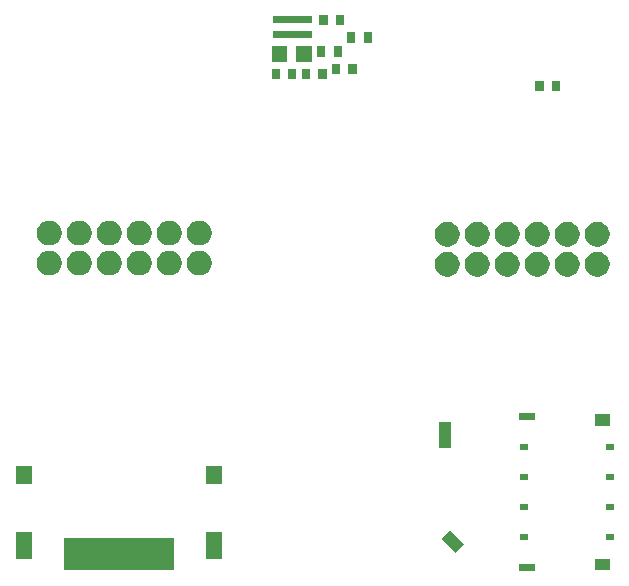
<source format=gbr>
G04 #@! TF.GenerationSoftware,KiCad,Pcbnew,5.0.2+dfsg1-1*
G04 #@! TF.CreationDate,2019-08-26T09:35:30+01:00*
G04 #@! TF.ProjectId,HDMI_SD_expansion,48444d49-5f53-4445-9f65-7870616e7369,rev?*
G04 #@! TF.SameCoordinates,Original*
G04 #@! TF.FileFunction,Soldermask,Top*
G04 #@! TF.FilePolarity,Negative*
%FSLAX46Y46*%
G04 Gerber Fmt 4.6, Leading zero omitted, Abs format (unit mm)*
G04 Created by KiCad (PCBNEW 5.0.2+dfsg1-1) date Mon 26 Aug 2019 09:35:30 BST*
%MOMM*%
%LPD*%
G01*
G04 APERTURE LIST*
%ADD10C,0.100000*%
G04 APERTURE END LIST*
D10*
G36*
X157411000Y-123011000D02*
X156109000Y-123011000D01*
X156109000Y-122389000D01*
X157411000Y-122389000D01*
X157411000Y-123011000D01*
X157411000Y-123011000D01*
G37*
G36*
X163801000Y-122921000D02*
X162499000Y-122921000D01*
X162499000Y-121929000D01*
X163801000Y-121929000D01*
X163801000Y-122921000D01*
X163801000Y-122921000D01*
G37*
G36*
X126891000Y-122911000D02*
X117509000Y-122911000D01*
X117509000Y-120209000D01*
X126891000Y-120209000D01*
X126891000Y-122911000D01*
X126891000Y-122911000D01*
G37*
G36*
X130951000Y-121951000D02*
X129549000Y-121951000D01*
X129549000Y-119649000D01*
X130951000Y-119649000D01*
X130951000Y-121951000D01*
X130951000Y-121951000D01*
G37*
G36*
X114851000Y-121951000D02*
X113449000Y-121951000D01*
X113449000Y-119649000D01*
X114851000Y-119649000D01*
X114851000Y-121951000D01*
X114851000Y-121951000D01*
G37*
G36*
X151450151Y-120723345D02*
X150713345Y-121460151D01*
X149509849Y-120256655D01*
X150246655Y-119519849D01*
X151450151Y-120723345D01*
X151450151Y-120723345D01*
G37*
G36*
X164111000Y-120386000D02*
X163409000Y-120386000D01*
X163409000Y-119834000D01*
X164111000Y-119834000D01*
X164111000Y-120386000D01*
X164111000Y-120386000D01*
G37*
G36*
X156851000Y-120386000D02*
X156149000Y-120386000D01*
X156149000Y-119834000D01*
X156851000Y-119834000D01*
X156851000Y-120386000D01*
X156851000Y-120386000D01*
G37*
G36*
X164111000Y-117846000D02*
X163409000Y-117846000D01*
X163409000Y-117294000D01*
X164111000Y-117294000D01*
X164111000Y-117846000D01*
X164111000Y-117846000D01*
G37*
G36*
X156851000Y-117846000D02*
X156149000Y-117846000D01*
X156149000Y-117294000D01*
X156851000Y-117294000D01*
X156851000Y-117846000D01*
X156851000Y-117846000D01*
G37*
G36*
X130951000Y-115591000D02*
X129549000Y-115591000D01*
X129549000Y-114089000D01*
X130951000Y-114089000D01*
X130951000Y-115591000D01*
X130951000Y-115591000D01*
G37*
G36*
X114851000Y-115591000D02*
X113449000Y-115591000D01*
X113449000Y-114089000D01*
X114851000Y-114089000D01*
X114851000Y-115591000D01*
X114851000Y-115591000D01*
G37*
G36*
X164111000Y-115306000D02*
X163409000Y-115306000D01*
X163409000Y-114754000D01*
X164111000Y-114754000D01*
X164111000Y-115306000D01*
X164111000Y-115306000D01*
G37*
G36*
X156851000Y-115306000D02*
X156149000Y-115306000D01*
X156149000Y-114754000D01*
X156851000Y-114754000D01*
X156851000Y-115306000D01*
X156851000Y-115306000D01*
G37*
G36*
X156851000Y-112766000D02*
X156149000Y-112766000D01*
X156149000Y-112214000D01*
X156851000Y-112214000D01*
X156851000Y-112766000D01*
X156851000Y-112766000D01*
G37*
G36*
X164111000Y-112766000D02*
X163409000Y-112766000D01*
X163409000Y-112214000D01*
X164111000Y-112214000D01*
X164111000Y-112766000D01*
X164111000Y-112766000D01*
G37*
G36*
X150321000Y-112521000D02*
X149279000Y-112521000D01*
X149279000Y-110319000D01*
X150321000Y-110319000D01*
X150321000Y-112521000D01*
X150321000Y-112521000D01*
G37*
G36*
X163801000Y-110671000D02*
X162499000Y-110671000D01*
X162499000Y-109679000D01*
X163801000Y-109679000D01*
X163801000Y-110671000D01*
X163801000Y-110671000D01*
G37*
G36*
X157411000Y-110211000D02*
X156109000Y-110211000D01*
X156109000Y-109589000D01*
X157411000Y-109589000D01*
X157411000Y-110211000D01*
X157411000Y-110211000D01*
G37*
G36*
X163006565Y-95989389D02*
X163197834Y-96068615D01*
X163369976Y-96183637D01*
X163516363Y-96330024D01*
X163631385Y-96502166D01*
X163710611Y-96693435D01*
X163751000Y-96896484D01*
X163751000Y-97103516D01*
X163710611Y-97306565D01*
X163631385Y-97497834D01*
X163516363Y-97669976D01*
X163369976Y-97816363D01*
X163197834Y-97931385D01*
X163006565Y-98010611D01*
X162803516Y-98051000D01*
X162596484Y-98051000D01*
X162393435Y-98010611D01*
X162202166Y-97931385D01*
X162030024Y-97816363D01*
X161883637Y-97669976D01*
X161768615Y-97497834D01*
X161689389Y-97306565D01*
X161649000Y-97103516D01*
X161649000Y-96896484D01*
X161689389Y-96693435D01*
X161768615Y-96502166D01*
X161883637Y-96330024D01*
X162030024Y-96183637D01*
X162202166Y-96068615D01*
X162393435Y-95989389D01*
X162596484Y-95949000D01*
X162803516Y-95949000D01*
X163006565Y-95989389D01*
X163006565Y-95989389D01*
G37*
G36*
X150306565Y-95989389D02*
X150497834Y-96068615D01*
X150669976Y-96183637D01*
X150816363Y-96330024D01*
X150931385Y-96502166D01*
X151010611Y-96693435D01*
X151051000Y-96896484D01*
X151051000Y-97103516D01*
X151010611Y-97306565D01*
X150931385Y-97497834D01*
X150816363Y-97669976D01*
X150669976Y-97816363D01*
X150497834Y-97931385D01*
X150306565Y-98010611D01*
X150103516Y-98051000D01*
X149896484Y-98051000D01*
X149693435Y-98010611D01*
X149502166Y-97931385D01*
X149330024Y-97816363D01*
X149183637Y-97669976D01*
X149068615Y-97497834D01*
X148989389Y-97306565D01*
X148949000Y-97103516D01*
X148949000Y-96896484D01*
X148989389Y-96693435D01*
X149068615Y-96502166D01*
X149183637Y-96330024D01*
X149330024Y-96183637D01*
X149502166Y-96068615D01*
X149693435Y-95989389D01*
X149896484Y-95949000D01*
X150103516Y-95949000D01*
X150306565Y-95989389D01*
X150306565Y-95989389D01*
G37*
G36*
X157926565Y-95989389D02*
X158117834Y-96068615D01*
X158289976Y-96183637D01*
X158436363Y-96330024D01*
X158551385Y-96502166D01*
X158630611Y-96693435D01*
X158671000Y-96896484D01*
X158671000Y-97103516D01*
X158630611Y-97306565D01*
X158551385Y-97497834D01*
X158436363Y-97669976D01*
X158289976Y-97816363D01*
X158117834Y-97931385D01*
X157926565Y-98010611D01*
X157723516Y-98051000D01*
X157516484Y-98051000D01*
X157313435Y-98010611D01*
X157122166Y-97931385D01*
X156950024Y-97816363D01*
X156803637Y-97669976D01*
X156688615Y-97497834D01*
X156609389Y-97306565D01*
X156569000Y-97103516D01*
X156569000Y-96896484D01*
X156609389Y-96693435D01*
X156688615Y-96502166D01*
X156803637Y-96330024D01*
X156950024Y-96183637D01*
X157122166Y-96068615D01*
X157313435Y-95989389D01*
X157516484Y-95949000D01*
X157723516Y-95949000D01*
X157926565Y-95989389D01*
X157926565Y-95989389D01*
G37*
G36*
X155386565Y-95989389D02*
X155577834Y-96068615D01*
X155749976Y-96183637D01*
X155896363Y-96330024D01*
X156011385Y-96502166D01*
X156090611Y-96693435D01*
X156131000Y-96896484D01*
X156131000Y-97103516D01*
X156090611Y-97306565D01*
X156011385Y-97497834D01*
X155896363Y-97669976D01*
X155749976Y-97816363D01*
X155577834Y-97931385D01*
X155386565Y-98010611D01*
X155183516Y-98051000D01*
X154976484Y-98051000D01*
X154773435Y-98010611D01*
X154582166Y-97931385D01*
X154410024Y-97816363D01*
X154263637Y-97669976D01*
X154148615Y-97497834D01*
X154069389Y-97306565D01*
X154029000Y-97103516D01*
X154029000Y-96896484D01*
X154069389Y-96693435D01*
X154148615Y-96502166D01*
X154263637Y-96330024D01*
X154410024Y-96183637D01*
X154582166Y-96068615D01*
X154773435Y-95989389D01*
X154976484Y-95949000D01*
X155183516Y-95949000D01*
X155386565Y-95989389D01*
X155386565Y-95989389D01*
G37*
G36*
X152846565Y-95989389D02*
X153037834Y-96068615D01*
X153209976Y-96183637D01*
X153356363Y-96330024D01*
X153471385Y-96502166D01*
X153550611Y-96693435D01*
X153591000Y-96896484D01*
X153591000Y-97103516D01*
X153550611Y-97306565D01*
X153471385Y-97497834D01*
X153356363Y-97669976D01*
X153209976Y-97816363D01*
X153037834Y-97931385D01*
X152846565Y-98010611D01*
X152643516Y-98051000D01*
X152436484Y-98051000D01*
X152233435Y-98010611D01*
X152042166Y-97931385D01*
X151870024Y-97816363D01*
X151723637Y-97669976D01*
X151608615Y-97497834D01*
X151529389Y-97306565D01*
X151489000Y-97103516D01*
X151489000Y-96896484D01*
X151529389Y-96693435D01*
X151608615Y-96502166D01*
X151723637Y-96330024D01*
X151870024Y-96183637D01*
X152042166Y-96068615D01*
X152233435Y-95989389D01*
X152436484Y-95949000D01*
X152643516Y-95949000D01*
X152846565Y-95989389D01*
X152846565Y-95989389D01*
G37*
G36*
X160466565Y-95989389D02*
X160657834Y-96068615D01*
X160829976Y-96183637D01*
X160976363Y-96330024D01*
X161091385Y-96502166D01*
X161170611Y-96693435D01*
X161211000Y-96896484D01*
X161211000Y-97103516D01*
X161170611Y-97306565D01*
X161091385Y-97497834D01*
X160976363Y-97669976D01*
X160829976Y-97816363D01*
X160657834Y-97931385D01*
X160466565Y-98010611D01*
X160263516Y-98051000D01*
X160056484Y-98051000D01*
X159853435Y-98010611D01*
X159662166Y-97931385D01*
X159490024Y-97816363D01*
X159343637Y-97669976D01*
X159228615Y-97497834D01*
X159149389Y-97306565D01*
X159109000Y-97103516D01*
X159109000Y-96896484D01*
X159149389Y-96693435D01*
X159228615Y-96502166D01*
X159343637Y-96330024D01*
X159490024Y-96183637D01*
X159662166Y-96068615D01*
X159853435Y-95989389D01*
X160056484Y-95949000D01*
X160263516Y-95949000D01*
X160466565Y-95989389D01*
X160466565Y-95989389D01*
G37*
G36*
X129306565Y-95889389D02*
X129497834Y-95968615D01*
X129669976Y-96083637D01*
X129816363Y-96230024D01*
X129931385Y-96402166D01*
X130010611Y-96593435D01*
X130051000Y-96796484D01*
X130051000Y-97003516D01*
X130010611Y-97206565D01*
X129931385Y-97397834D01*
X129816363Y-97569976D01*
X129669976Y-97716363D01*
X129497834Y-97831385D01*
X129306565Y-97910611D01*
X129103516Y-97951000D01*
X128896484Y-97951000D01*
X128693435Y-97910611D01*
X128502166Y-97831385D01*
X128330024Y-97716363D01*
X128183637Y-97569976D01*
X128068615Y-97397834D01*
X127989389Y-97206565D01*
X127949000Y-97003516D01*
X127949000Y-96796484D01*
X127989389Y-96593435D01*
X128068615Y-96402166D01*
X128183637Y-96230024D01*
X128330024Y-96083637D01*
X128502166Y-95968615D01*
X128693435Y-95889389D01*
X128896484Y-95849000D01*
X129103516Y-95849000D01*
X129306565Y-95889389D01*
X129306565Y-95889389D01*
G37*
G36*
X126766565Y-95889389D02*
X126957834Y-95968615D01*
X127129976Y-96083637D01*
X127276363Y-96230024D01*
X127391385Y-96402166D01*
X127470611Y-96593435D01*
X127511000Y-96796484D01*
X127511000Y-97003516D01*
X127470611Y-97206565D01*
X127391385Y-97397834D01*
X127276363Y-97569976D01*
X127129976Y-97716363D01*
X126957834Y-97831385D01*
X126766565Y-97910611D01*
X126563516Y-97951000D01*
X126356484Y-97951000D01*
X126153435Y-97910611D01*
X125962166Y-97831385D01*
X125790024Y-97716363D01*
X125643637Y-97569976D01*
X125528615Y-97397834D01*
X125449389Y-97206565D01*
X125409000Y-97003516D01*
X125409000Y-96796484D01*
X125449389Y-96593435D01*
X125528615Y-96402166D01*
X125643637Y-96230024D01*
X125790024Y-96083637D01*
X125962166Y-95968615D01*
X126153435Y-95889389D01*
X126356484Y-95849000D01*
X126563516Y-95849000D01*
X126766565Y-95889389D01*
X126766565Y-95889389D01*
G37*
G36*
X124226565Y-95889389D02*
X124417834Y-95968615D01*
X124589976Y-96083637D01*
X124736363Y-96230024D01*
X124851385Y-96402166D01*
X124930611Y-96593435D01*
X124971000Y-96796484D01*
X124971000Y-97003516D01*
X124930611Y-97206565D01*
X124851385Y-97397834D01*
X124736363Y-97569976D01*
X124589976Y-97716363D01*
X124417834Y-97831385D01*
X124226565Y-97910611D01*
X124023516Y-97951000D01*
X123816484Y-97951000D01*
X123613435Y-97910611D01*
X123422166Y-97831385D01*
X123250024Y-97716363D01*
X123103637Y-97569976D01*
X122988615Y-97397834D01*
X122909389Y-97206565D01*
X122869000Y-97003516D01*
X122869000Y-96796484D01*
X122909389Y-96593435D01*
X122988615Y-96402166D01*
X123103637Y-96230024D01*
X123250024Y-96083637D01*
X123422166Y-95968615D01*
X123613435Y-95889389D01*
X123816484Y-95849000D01*
X124023516Y-95849000D01*
X124226565Y-95889389D01*
X124226565Y-95889389D01*
G37*
G36*
X119146565Y-95889389D02*
X119337834Y-95968615D01*
X119509976Y-96083637D01*
X119656363Y-96230024D01*
X119771385Y-96402166D01*
X119850611Y-96593435D01*
X119891000Y-96796484D01*
X119891000Y-97003516D01*
X119850611Y-97206565D01*
X119771385Y-97397834D01*
X119656363Y-97569976D01*
X119509976Y-97716363D01*
X119337834Y-97831385D01*
X119146565Y-97910611D01*
X118943516Y-97951000D01*
X118736484Y-97951000D01*
X118533435Y-97910611D01*
X118342166Y-97831385D01*
X118170024Y-97716363D01*
X118023637Y-97569976D01*
X117908615Y-97397834D01*
X117829389Y-97206565D01*
X117789000Y-97003516D01*
X117789000Y-96796484D01*
X117829389Y-96593435D01*
X117908615Y-96402166D01*
X118023637Y-96230024D01*
X118170024Y-96083637D01*
X118342166Y-95968615D01*
X118533435Y-95889389D01*
X118736484Y-95849000D01*
X118943516Y-95849000D01*
X119146565Y-95889389D01*
X119146565Y-95889389D01*
G37*
G36*
X116606565Y-95889389D02*
X116797834Y-95968615D01*
X116969976Y-96083637D01*
X117116363Y-96230024D01*
X117231385Y-96402166D01*
X117310611Y-96593435D01*
X117351000Y-96796484D01*
X117351000Y-97003516D01*
X117310611Y-97206565D01*
X117231385Y-97397834D01*
X117116363Y-97569976D01*
X116969976Y-97716363D01*
X116797834Y-97831385D01*
X116606565Y-97910611D01*
X116403516Y-97951000D01*
X116196484Y-97951000D01*
X115993435Y-97910611D01*
X115802166Y-97831385D01*
X115630024Y-97716363D01*
X115483637Y-97569976D01*
X115368615Y-97397834D01*
X115289389Y-97206565D01*
X115249000Y-97003516D01*
X115249000Y-96796484D01*
X115289389Y-96593435D01*
X115368615Y-96402166D01*
X115483637Y-96230024D01*
X115630024Y-96083637D01*
X115802166Y-95968615D01*
X115993435Y-95889389D01*
X116196484Y-95849000D01*
X116403516Y-95849000D01*
X116606565Y-95889389D01*
X116606565Y-95889389D01*
G37*
G36*
X121686565Y-95889389D02*
X121877834Y-95968615D01*
X122049976Y-96083637D01*
X122196363Y-96230024D01*
X122311385Y-96402166D01*
X122390611Y-96593435D01*
X122431000Y-96796484D01*
X122431000Y-97003516D01*
X122390611Y-97206565D01*
X122311385Y-97397834D01*
X122196363Y-97569976D01*
X122049976Y-97716363D01*
X121877834Y-97831385D01*
X121686565Y-97910611D01*
X121483516Y-97951000D01*
X121276484Y-97951000D01*
X121073435Y-97910611D01*
X120882166Y-97831385D01*
X120710024Y-97716363D01*
X120563637Y-97569976D01*
X120448615Y-97397834D01*
X120369389Y-97206565D01*
X120329000Y-97003516D01*
X120329000Y-96796484D01*
X120369389Y-96593435D01*
X120448615Y-96402166D01*
X120563637Y-96230024D01*
X120710024Y-96083637D01*
X120882166Y-95968615D01*
X121073435Y-95889389D01*
X121276484Y-95849000D01*
X121483516Y-95849000D01*
X121686565Y-95889389D01*
X121686565Y-95889389D01*
G37*
G36*
X150306565Y-93449389D02*
X150497834Y-93528615D01*
X150669976Y-93643637D01*
X150816363Y-93790024D01*
X150931385Y-93962166D01*
X151010611Y-94153435D01*
X151051000Y-94356484D01*
X151051000Y-94563516D01*
X151010611Y-94766565D01*
X150931385Y-94957834D01*
X150816363Y-95129976D01*
X150669976Y-95276363D01*
X150497834Y-95391385D01*
X150306565Y-95470611D01*
X150103516Y-95511000D01*
X149896484Y-95511000D01*
X149693435Y-95470611D01*
X149502166Y-95391385D01*
X149330024Y-95276363D01*
X149183637Y-95129976D01*
X149068615Y-94957834D01*
X148989389Y-94766565D01*
X148949000Y-94563516D01*
X148949000Y-94356484D01*
X148989389Y-94153435D01*
X149068615Y-93962166D01*
X149183637Y-93790024D01*
X149330024Y-93643637D01*
X149502166Y-93528615D01*
X149693435Y-93449389D01*
X149896484Y-93409000D01*
X150103516Y-93409000D01*
X150306565Y-93449389D01*
X150306565Y-93449389D01*
G37*
G36*
X152846565Y-93449389D02*
X153037834Y-93528615D01*
X153209976Y-93643637D01*
X153356363Y-93790024D01*
X153471385Y-93962166D01*
X153550611Y-94153435D01*
X153591000Y-94356484D01*
X153591000Y-94563516D01*
X153550611Y-94766565D01*
X153471385Y-94957834D01*
X153356363Y-95129976D01*
X153209976Y-95276363D01*
X153037834Y-95391385D01*
X152846565Y-95470611D01*
X152643516Y-95511000D01*
X152436484Y-95511000D01*
X152233435Y-95470611D01*
X152042166Y-95391385D01*
X151870024Y-95276363D01*
X151723637Y-95129976D01*
X151608615Y-94957834D01*
X151529389Y-94766565D01*
X151489000Y-94563516D01*
X151489000Y-94356484D01*
X151529389Y-94153435D01*
X151608615Y-93962166D01*
X151723637Y-93790024D01*
X151870024Y-93643637D01*
X152042166Y-93528615D01*
X152233435Y-93449389D01*
X152436484Y-93409000D01*
X152643516Y-93409000D01*
X152846565Y-93449389D01*
X152846565Y-93449389D01*
G37*
G36*
X155386565Y-93449389D02*
X155577834Y-93528615D01*
X155749976Y-93643637D01*
X155896363Y-93790024D01*
X156011385Y-93962166D01*
X156090611Y-94153435D01*
X156131000Y-94356484D01*
X156131000Y-94563516D01*
X156090611Y-94766565D01*
X156011385Y-94957834D01*
X155896363Y-95129976D01*
X155749976Y-95276363D01*
X155577834Y-95391385D01*
X155386565Y-95470611D01*
X155183516Y-95511000D01*
X154976484Y-95511000D01*
X154773435Y-95470611D01*
X154582166Y-95391385D01*
X154410024Y-95276363D01*
X154263637Y-95129976D01*
X154148615Y-94957834D01*
X154069389Y-94766565D01*
X154029000Y-94563516D01*
X154029000Y-94356484D01*
X154069389Y-94153435D01*
X154148615Y-93962166D01*
X154263637Y-93790024D01*
X154410024Y-93643637D01*
X154582166Y-93528615D01*
X154773435Y-93449389D01*
X154976484Y-93409000D01*
X155183516Y-93409000D01*
X155386565Y-93449389D01*
X155386565Y-93449389D01*
G37*
G36*
X157926565Y-93449389D02*
X158117834Y-93528615D01*
X158289976Y-93643637D01*
X158436363Y-93790024D01*
X158551385Y-93962166D01*
X158630611Y-94153435D01*
X158671000Y-94356484D01*
X158671000Y-94563516D01*
X158630611Y-94766565D01*
X158551385Y-94957834D01*
X158436363Y-95129976D01*
X158289976Y-95276363D01*
X158117834Y-95391385D01*
X157926565Y-95470611D01*
X157723516Y-95511000D01*
X157516484Y-95511000D01*
X157313435Y-95470611D01*
X157122166Y-95391385D01*
X156950024Y-95276363D01*
X156803637Y-95129976D01*
X156688615Y-94957834D01*
X156609389Y-94766565D01*
X156569000Y-94563516D01*
X156569000Y-94356484D01*
X156609389Y-94153435D01*
X156688615Y-93962166D01*
X156803637Y-93790024D01*
X156950024Y-93643637D01*
X157122166Y-93528615D01*
X157313435Y-93449389D01*
X157516484Y-93409000D01*
X157723516Y-93409000D01*
X157926565Y-93449389D01*
X157926565Y-93449389D01*
G37*
G36*
X160466565Y-93449389D02*
X160657834Y-93528615D01*
X160829976Y-93643637D01*
X160976363Y-93790024D01*
X161091385Y-93962166D01*
X161170611Y-94153435D01*
X161211000Y-94356484D01*
X161211000Y-94563516D01*
X161170611Y-94766565D01*
X161091385Y-94957834D01*
X160976363Y-95129976D01*
X160829976Y-95276363D01*
X160657834Y-95391385D01*
X160466565Y-95470611D01*
X160263516Y-95511000D01*
X160056484Y-95511000D01*
X159853435Y-95470611D01*
X159662166Y-95391385D01*
X159490024Y-95276363D01*
X159343637Y-95129976D01*
X159228615Y-94957834D01*
X159149389Y-94766565D01*
X159109000Y-94563516D01*
X159109000Y-94356484D01*
X159149389Y-94153435D01*
X159228615Y-93962166D01*
X159343637Y-93790024D01*
X159490024Y-93643637D01*
X159662166Y-93528615D01*
X159853435Y-93449389D01*
X160056484Y-93409000D01*
X160263516Y-93409000D01*
X160466565Y-93449389D01*
X160466565Y-93449389D01*
G37*
G36*
X163006565Y-93449389D02*
X163197834Y-93528615D01*
X163369976Y-93643637D01*
X163516363Y-93790024D01*
X163631385Y-93962166D01*
X163710611Y-94153435D01*
X163751000Y-94356484D01*
X163751000Y-94563516D01*
X163710611Y-94766565D01*
X163631385Y-94957834D01*
X163516363Y-95129976D01*
X163369976Y-95276363D01*
X163197834Y-95391385D01*
X163006565Y-95470611D01*
X162803516Y-95511000D01*
X162596484Y-95511000D01*
X162393435Y-95470611D01*
X162202166Y-95391385D01*
X162030024Y-95276363D01*
X161883637Y-95129976D01*
X161768615Y-94957834D01*
X161689389Y-94766565D01*
X161649000Y-94563516D01*
X161649000Y-94356484D01*
X161689389Y-94153435D01*
X161768615Y-93962166D01*
X161883637Y-93790024D01*
X162030024Y-93643637D01*
X162202166Y-93528615D01*
X162393435Y-93449389D01*
X162596484Y-93409000D01*
X162803516Y-93409000D01*
X163006565Y-93449389D01*
X163006565Y-93449389D01*
G37*
G36*
X126766565Y-93349389D02*
X126957834Y-93428615D01*
X127129976Y-93543637D01*
X127276363Y-93690024D01*
X127391385Y-93862166D01*
X127470611Y-94053435D01*
X127511000Y-94256484D01*
X127511000Y-94463516D01*
X127470611Y-94666565D01*
X127391385Y-94857834D01*
X127276363Y-95029976D01*
X127129976Y-95176363D01*
X126957834Y-95291385D01*
X126766565Y-95370611D01*
X126563516Y-95411000D01*
X126356484Y-95411000D01*
X126153435Y-95370611D01*
X125962166Y-95291385D01*
X125790024Y-95176363D01*
X125643637Y-95029976D01*
X125528615Y-94857834D01*
X125449389Y-94666565D01*
X125409000Y-94463516D01*
X125409000Y-94256484D01*
X125449389Y-94053435D01*
X125528615Y-93862166D01*
X125643637Y-93690024D01*
X125790024Y-93543637D01*
X125962166Y-93428615D01*
X126153435Y-93349389D01*
X126356484Y-93309000D01*
X126563516Y-93309000D01*
X126766565Y-93349389D01*
X126766565Y-93349389D01*
G37*
G36*
X124226565Y-93349389D02*
X124417834Y-93428615D01*
X124589976Y-93543637D01*
X124736363Y-93690024D01*
X124851385Y-93862166D01*
X124930611Y-94053435D01*
X124971000Y-94256484D01*
X124971000Y-94463516D01*
X124930611Y-94666565D01*
X124851385Y-94857834D01*
X124736363Y-95029976D01*
X124589976Y-95176363D01*
X124417834Y-95291385D01*
X124226565Y-95370611D01*
X124023516Y-95411000D01*
X123816484Y-95411000D01*
X123613435Y-95370611D01*
X123422166Y-95291385D01*
X123250024Y-95176363D01*
X123103637Y-95029976D01*
X122988615Y-94857834D01*
X122909389Y-94666565D01*
X122869000Y-94463516D01*
X122869000Y-94256484D01*
X122909389Y-94053435D01*
X122988615Y-93862166D01*
X123103637Y-93690024D01*
X123250024Y-93543637D01*
X123422166Y-93428615D01*
X123613435Y-93349389D01*
X123816484Y-93309000D01*
X124023516Y-93309000D01*
X124226565Y-93349389D01*
X124226565Y-93349389D01*
G37*
G36*
X121686565Y-93349389D02*
X121877834Y-93428615D01*
X122049976Y-93543637D01*
X122196363Y-93690024D01*
X122311385Y-93862166D01*
X122390611Y-94053435D01*
X122431000Y-94256484D01*
X122431000Y-94463516D01*
X122390611Y-94666565D01*
X122311385Y-94857834D01*
X122196363Y-95029976D01*
X122049976Y-95176363D01*
X121877834Y-95291385D01*
X121686565Y-95370611D01*
X121483516Y-95411000D01*
X121276484Y-95411000D01*
X121073435Y-95370611D01*
X120882166Y-95291385D01*
X120710024Y-95176363D01*
X120563637Y-95029976D01*
X120448615Y-94857834D01*
X120369389Y-94666565D01*
X120329000Y-94463516D01*
X120329000Y-94256484D01*
X120369389Y-94053435D01*
X120448615Y-93862166D01*
X120563637Y-93690024D01*
X120710024Y-93543637D01*
X120882166Y-93428615D01*
X121073435Y-93349389D01*
X121276484Y-93309000D01*
X121483516Y-93309000D01*
X121686565Y-93349389D01*
X121686565Y-93349389D01*
G37*
G36*
X119146565Y-93349389D02*
X119337834Y-93428615D01*
X119509976Y-93543637D01*
X119656363Y-93690024D01*
X119771385Y-93862166D01*
X119850611Y-94053435D01*
X119891000Y-94256484D01*
X119891000Y-94463516D01*
X119850611Y-94666565D01*
X119771385Y-94857834D01*
X119656363Y-95029976D01*
X119509976Y-95176363D01*
X119337834Y-95291385D01*
X119146565Y-95370611D01*
X118943516Y-95411000D01*
X118736484Y-95411000D01*
X118533435Y-95370611D01*
X118342166Y-95291385D01*
X118170024Y-95176363D01*
X118023637Y-95029976D01*
X117908615Y-94857834D01*
X117829389Y-94666565D01*
X117789000Y-94463516D01*
X117789000Y-94256484D01*
X117829389Y-94053435D01*
X117908615Y-93862166D01*
X118023637Y-93690024D01*
X118170024Y-93543637D01*
X118342166Y-93428615D01*
X118533435Y-93349389D01*
X118736484Y-93309000D01*
X118943516Y-93309000D01*
X119146565Y-93349389D01*
X119146565Y-93349389D01*
G37*
G36*
X116606565Y-93349389D02*
X116797834Y-93428615D01*
X116969976Y-93543637D01*
X117116363Y-93690024D01*
X117231385Y-93862166D01*
X117310611Y-94053435D01*
X117351000Y-94256484D01*
X117351000Y-94463516D01*
X117310611Y-94666565D01*
X117231385Y-94857834D01*
X117116363Y-95029976D01*
X116969976Y-95176363D01*
X116797834Y-95291385D01*
X116606565Y-95370611D01*
X116403516Y-95411000D01*
X116196484Y-95411000D01*
X115993435Y-95370611D01*
X115802166Y-95291385D01*
X115630024Y-95176363D01*
X115483637Y-95029976D01*
X115368615Y-94857834D01*
X115289389Y-94666565D01*
X115249000Y-94463516D01*
X115249000Y-94256484D01*
X115289389Y-94053435D01*
X115368615Y-93862166D01*
X115483637Y-93690024D01*
X115630024Y-93543637D01*
X115802166Y-93428615D01*
X115993435Y-93349389D01*
X116196484Y-93309000D01*
X116403516Y-93309000D01*
X116606565Y-93349389D01*
X116606565Y-93349389D01*
G37*
G36*
X129306565Y-93349389D02*
X129497834Y-93428615D01*
X129669976Y-93543637D01*
X129816363Y-93690024D01*
X129931385Y-93862166D01*
X130010611Y-94053435D01*
X130051000Y-94256484D01*
X130051000Y-94463516D01*
X130010611Y-94666565D01*
X129931385Y-94857834D01*
X129816363Y-95029976D01*
X129669976Y-95176363D01*
X129497834Y-95291385D01*
X129306565Y-95370611D01*
X129103516Y-95411000D01*
X128896484Y-95411000D01*
X128693435Y-95370611D01*
X128502166Y-95291385D01*
X128330024Y-95176363D01*
X128183637Y-95029976D01*
X128068615Y-94857834D01*
X127989389Y-94666565D01*
X127949000Y-94463516D01*
X127949000Y-94256484D01*
X127989389Y-94053435D01*
X128068615Y-93862166D01*
X128183637Y-93690024D01*
X128330024Y-93543637D01*
X128502166Y-93428615D01*
X128693435Y-93349389D01*
X128896484Y-93309000D01*
X129103516Y-93309000D01*
X129306565Y-93349389D01*
X129306565Y-93349389D01*
G37*
G36*
X158151000Y-82351000D02*
X157449000Y-82351000D01*
X157449000Y-81449000D01*
X158151000Y-81449000D01*
X158151000Y-82351000D01*
X158151000Y-82351000D01*
G37*
G36*
X159551000Y-82351000D02*
X158849000Y-82351000D01*
X158849000Y-81449000D01*
X159551000Y-81449000D01*
X159551000Y-82351000D01*
X159551000Y-82351000D01*
G37*
G36*
X135826001Y-81346001D02*
X135124001Y-81346001D01*
X135124001Y-80444001D01*
X135826001Y-80444001D01*
X135826001Y-81346001D01*
X135826001Y-81346001D01*
G37*
G36*
X137226001Y-81346001D02*
X136524001Y-81346001D01*
X136524001Y-80444001D01*
X137226001Y-80444001D01*
X137226001Y-81346001D01*
X137226001Y-81346001D01*
G37*
G36*
X139776001Y-81346001D02*
X139074001Y-81346001D01*
X139074001Y-80444001D01*
X139776001Y-80444001D01*
X139776001Y-81346001D01*
X139776001Y-81346001D01*
G37*
G36*
X138376001Y-81346001D02*
X137674001Y-81346001D01*
X137674001Y-80444001D01*
X138376001Y-80444001D01*
X138376001Y-81346001D01*
X138376001Y-81346001D01*
G37*
G36*
X142326001Y-80906001D02*
X141624001Y-80906001D01*
X141624001Y-80004001D01*
X142326001Y-80004001D01*
X142326001Y-80906001D01*
X142326001Y-80906001D01*
G37*
G36*
X140926001Y-80906001D02*
X140224001Y-80906001D01*
X140224001Y-80004001D01*
X140926001Y-80004001D01*
X140926001Y-80906001D01*
X140926001Y-80906001D01*
G37*
G36*
X138526001Y-79856001D02*
X137224001Y-79856001D01*
X137224001Y-78554001D01*
X138526001Y-78554001D01*
X138526001Y-79856001D01*
X138526001Y-79856001D01*
G37*
G36*
X136426001Y-79856001D02*
X135124001Y-79856001D01*
X135124001Y-78554001D01*
X136426001Y-78554001D01*
X136426001Y-79856001D01*
X136426001Y-79856001D01*
G37*
G36*
X139676001Y-79436001D02*
X138974001Y-79436001D01*
X138974001Y-78534001D01*
X139676001Y-78534001D01*
X139676001Y-79436001D01*
X139676001Y-79436001D01*
G37*
G36*
X141076001Y-79436001D02*
X140374001Y-79436001D01*
X140374001Y-78534001D01*
X141076001Y-78534001D01*
X141076001Y-79436001D01*
X141076001Y-79436001D01*
G37*
G36*
X142226001Y-78256001D02*
X141524001Y-78256001D01*
X141524001Y-77354001D01*
X142226001Y-77354001D01*
X142226001Y-78256001D01*
X142226001Y-78256001D01*
G37*
G36*
X143626001Y-78256001D02*
X142924001Y-78256001D01*
X142924001Y-77354001D01*
X143626001Y-77354001D01*
X143626001Y-78256001D01*
X143626001Y-78256001D01*
G37*
G36*
X138576001Y-77851001D02*
X135274001Y-77851001D01*
X135274001Y-77249001D01*
X138576001Y-77249001D01*
X138576001Y-77851001D01*
X138576001Y-77851001D01*
G37*
G36*
X141276001Y-76786001D02*
X140574001Y-76786001D01*
X140574001Y-75884001D01*
X141276001Y-75884001D01*
X141276001Y-76786001D01*
X141276001Y-76786001D01*
G37*
G36*
X139876001Y-76786001D02*
X139174001Y-76786001D01*
X139174001Y-75884001D01*
X139876001Y-75884001D01*
X139876001Y-76786001D01*
X139876001Y-76786001D01*
G37*
G36*
X138576001Y-76601001D02*
X135274001Y-76601001D01*
X135274001Y-75999001D01*
X138576001Y-75999001D01*
X138576001Y-76601001D01*
X138576001Y-76601001D01*
G37*
M02*

</source>
